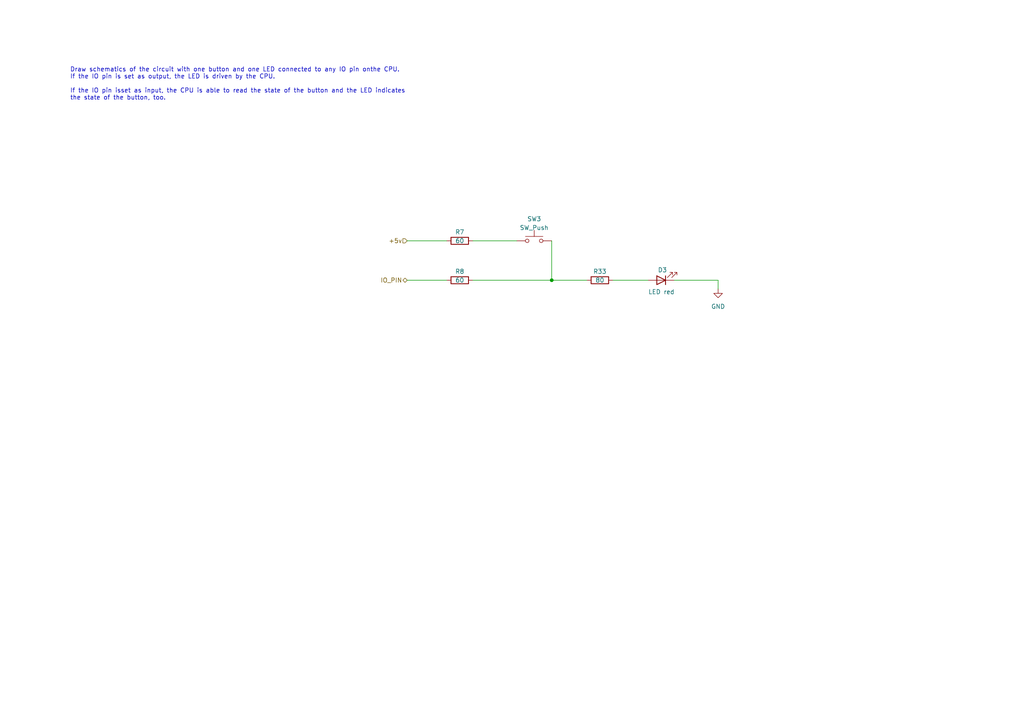
<source format=kicad_sch>
(kicad_sch (version 20210126) (generator eeschema)
  (paper "A4")
  (title_block (title "Basic Schematic 3"))
  (lib_symbols
    (symbol "Device:LED" (pin_numbers hide) (pin_names (offset 1.016) hide)
      (property "Reference" "D" (at 0 2.54 0))
      (property "Value" "LED" (at 0 -2.54 0))
      (symbol "LED_0_1"
        (polyline (pts (xy -1.27 -1.27) (xy -1.27 1.27)) (stroke (width 0.254)))
        (polyline (pts (xy -1.27 0) (xy 1.27 0)))
        (polyline (pts (xy 1.27 -1.27) (xy 1.27 1.27) (xy -1.27 0) (xy 1.27 -1.27)) (stroke (width 0.254)))
        (polyline (pts (xy -3.048 -0.762) (xy -4.572 -2.286) (xy -3.81 -2.286) (xy -4.572 -2.286) (xy -4.572 -1.524)))
        (polyline (pts (xy -1.778 -0.762) (xy -3.302 -2.286) (xy -2.54 -2.286) (xy -3.302 -2.286) (xy -3.302 -1.524)))
      )
      (symbol "LED_1_1"
        (pin passive line (at -3.81 0 0) (length 2.54) (name "K") (number "1"))
        (pin passive line (at 3.81 0 180) (length 2.54) (name "A") (number "2"))
      )
    )
    (symbol "Device:R" (pin_numbers hide) (pin_names (offset 0))
      (property "Reference" "R" (at 2.032 0 90))
      (property "Value" "R" (at 0 0 90))
      (symbol "R_0_1"
        (rectangle (start -1.016 -2.54) (end 1.016 2.54) (stroke (width 0.254)))
      )
      (symbol "R_1_1"
        (pin passive line (at 0 3.81 270) (length 1.27) (name "~") (number "1"))
        (pin passive line (at 0 -3.81 90) (length 1.27) (name "~") (number "2"))
      )
    )
    (symbol "Switch:SW_Push" (pin_numbers hide) (pin_names (offset 1.016) hide)
      (property "Reference" "SW" (at 1.27 2.54 0))
      (property "Value" "SW_Push" (at 0 -1.524 0))
      (symbol "SW_Push_0_1"
        (circle (center -2.032 0) (radius 0.508))
        (circle (center 2.032 0) (radius 0.508))
        (polyline (pts (xy 0 1.27) (xy 0 3.048)))
        (polyline (pts (xy 2.54 1.27) (xy -2.54 1.27)))
        (pin passive line (at -5.08 0 0) (length 2.54) (name "1") (number "1"))
        (pin passive line (at 5.08 0 180) (length 2.54) (name "2") (number "2"))
      )
    )
    (symbol "power:GND" (power) (pin_names (offset 0))
      (property "Value" "GND" (at 0 -3.81 0))
      (symbol "GND_0_1"
        (polyline (pts (xy 0 0) (xy 0 -1.27) (xy 1.27 -1.27) (xy 0 -2.54) (xy -1.27 -1.27) (xy 0 -1.27)))
      )
      (symbol "GND_1_1"
        (pin power_in line (at 0 0 270) (length 0) hide (name "GND") (number "1"))
      )
    )
  )
  (junction (at 160.02 81.28) (diameter 0.9144))
  (wire (pts (xy 118.11 69.85) (xy 129.54 69.85)))
  (wire (pts (xy 118.11 81.28) (xy 129.54 81.28)))
  (wire (pts (xy 137.16 69.85) (xy 149.86 69.85)))
  (wire (pts (xy 137.16 81.28) (xy 160.02 81.28)))
  (wire (pts (xy 160.02 81.28) (xy 160.02 69.85)))
  (wire (pts (xy 160.02 81.28) (xy 170.18 81.28)))
  (wire (pts (xy 177.8 81.28) (xy 187.96 81.28)))
  (wire (pts (xy 195.58 81.28) (xy 208.28 81.28)))
  (wire (pts (xy 208.28 81.28) (xy 208.28 83.82)))
  (text "Draw schematics of the circuit with one button and one LED connected to any IO pin onthe CPU.\nIf the IO pin is set as output, the LED is driven by the CPU.\n\nIf the IO pin isset as input, the CPU is able to read the state of the button and the LED indicates\nthe state of the button, too." (at 20.32 29.21 0) (effects (font (size 1.27 1.27)) (justify left bottom)))
  (hierarchical_label "+5v" (shape input) (at 118.11 69.85 180))
  (hierarchical_label "IO_PIN" (shape bidirectional) (at 118.11 81.28 180))
  (symbol (lib_id "power:GND") (at 208.28 83.82 0) (mirror y) (unit 1)
    (property "Reference" "#PWR04" (effects hide))
    (property "Value" "GND" (at 208.28 88.9 0))
  )
  (symbol (lib_id "Device:R") (at 133.35 69.85 270) (mirror x) (unit 1)
    (property "Reference" "R7" (at 133.35 67.31 90))
    (property "Value" "60" (at 133.35 69.85 90))
  )
  (symbol (lib_id "Device:R") (at 133.35 81.28 270) (mirror x) (unit 1)
    (property "Reference" "R8" (at 133.35 78.74 90))
    (property "Value" "60" (at 133.35 81.28 90))
  )
  (symbol (lib_id "Device:R") (at 173.99 81.28 270) (mirror x) (unit 1)
    (property "Reference" "R33" (at 173.99 78.74 90))
    (property "Value" "80" (at 173.99 81.28 90))
  )
  (symbol (lib_id "Device:LED") (at 191.77 81.28 180) (unit 1)
    (property "Reference" "D3" (at 190.7794 78.3082 0) (effects (justify right)))
    (property "Value" "LED red" (at 188.0108 84.6582 0) (effects (justify right)))
    (property "Footprint" "LEDs:LED_0603" (effects hide))
    (property "Datasheet" "https://datasheet.lcsc.com/szlcsc/Hubei-KENTO-Elec-KT-0603R_C2286.pdf" (effects hide))
    (property "LCSC" "C2286" (effects hide))
  )
  (symbol (lib_id "Switch:SW_Push") (at 154.94 69.85 0) (mirror y) (unit 1)
    (property "Reference" "SW3" (at 154.94 63.5 0))
    (property "Value" "SW_Push" (at 154.94 66.04 0))
  )
)
</source>
